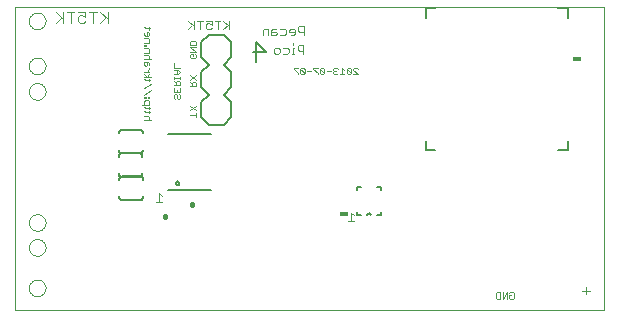
<source format=gbo>
G75*
G70*
%OFA0B0*%
%FSLAX24Y24*%
%IPPOS*%
%LPD*%
%AMOC8*
5,1,8,0,0,1.08239X$1,22.5*
%
%ADD10C,0.0000*%
%ADD11C,0.0020*%
%ADD12C,0.0030*%
%ADD13C,0.0060*%
%ADD14C,0.0050*%
%ADD15R,0.0280X0.0160*%
%ADD16C,0.0080*%
%ADD17C,0.0160*%
D10*
X000260Y000270D02*
X000260Y010370D01*
X019910Y010370D01*
X019910Y000270D01*
X000260Y000270D01*
X000734Y001020D02*
X000736Y001053D01*
X000742Y001085D01*
X000751Y001116D01*
X000764Y001146D01*
X000781Y001174D01*
X000801Y001200D01*
X000824Y001224D01*
X000849Y001244D01*
X000877Y001262D01*
X000906Y001276D01*
X000937Y001286D01*
X000969Y001293D01*
X001002Y001296D01*
X001035Y001295D01*
X001067Y001290D01*
X001098Y001281D01*
X001129Y001269D01*
X001157Y001253D01*
X001184Y001234D01*
X001208Y001212D01*
X001229Y001187D01*
X001248Y001160D01*
X001263Y001131D01*
X001274Y001101D01*
X001282Y001069D01*
X001286Y001036D01*
X001286Y001004D01*
X001282Y000971D01*
X001274Y000939D01*
X001263Y000909D01*
X001248Y000880D01*
X001229Y000853D01*
X001208Y000828D01*
X001184Y000806D01*
X001157Y000787D01*
X001129Y000771D01*
X001098Y000759D01*
X001067Y000750D01*
X001035Y000745D01*
X001002Y000744D01*
X000969Y000747D01*
X000937Y000754D01*
X000906Y000764D01*
X000877Y000778D01*
X000849Y000796D01*
X000824Y000816D01*
X000801Y000840D01*
X000781Y000866D01*
X000764Y000894D01*
X000751Y000924D01*
X000742Y000955D01*
X000736Y000987D01*
X000734Y001020D01*
X000734Y002370D02*
X000736Y002403D01*
X000742Y002435D01*
X000751Y002466D01*
X000764Y002496D01*
X000781Y002524D01*
X000801Y002550D01*
X000824Y002574D01*
X000849Y002594D01*
X000877Y002612D01*
X000906Y002626D01*
X000937Y002636D01*
X000969Y002643D01*
X001002Y002646D01*
X001035Y002645D01*
X001067Y002640D01*
X001098Y002631D01*
X001129Y002619D01*
X001157Y002603D01*
X001184Y002584D01*
X001208Y002562D01*
X001229Y002537D01*
X001248Y002510D01*
X001263Y002481D01*
X001274Y002451D01*
X001282Y002419D01*
X001286Y002386D01*
X001286Y002354D01*
X001282Y002321D01*
X001274Y002289D01*
X001263Y002259D01*
X001248Y002230D01*
X001229Y002203D01*
X001208Y002178D01*
X001184Y002156D01*
X001157Y002137D01*
X001129Y002121D01*
X001098Y002109D01*
X001067Y002100D01*
X001035Y002095D01*
X001002Y002094D01*
X000969Y002097D01*
X000937Y002104D01*
X000906Y002114D01*
X000877Y002128D01*
X000849Y002146D01*
X000824Y002166D01*
X000801Y002190D01*
X000781Y002216D01*
X000764Y002244D01*
X000751Y002274D01*
X000742Y002305D01*
X000736Y002337D01*
X000734Y002370D01*
X000734Y003200D02*
X000736Y003233D01*
X000742Y003265D01*
X000751Y003296D01*
X000764Y003326D01*
X000781Y003354D01*
X000801Y003380D01*
X000824Y003404D01*
X000849Y003424D01*
X000877Y003442D01*
X000906Y003456D01*
X000937Y003466D01*
X000969Y003473D01*
X001002Y003476D01*
X001035Y003475D01*
X001067Y003470D01*
X001098Y003461D01*
X001129Y003449D01*
X001157Y003433D01*
X001184Y003414D01*
X001208Y003392D01*
X001229Y003367D01*
X001248Y003340D01*
X001263Y003311D01*
X001274Y003281D01*
X001282Y003249D01*
X001286Y003216D01*
X001286Y003184D01*
X001282Y003151D01*
X001274Y003119D01*
X001263Y003089D01*
X001248Y003060D01*
X001229Y003033D01*
X001208Y003008D01*
X001184Y002986D01*
X001157Y002967D01*
X001129Y002951D01*
X001098Y002939D01*
X001067Y002930D01*
X001035Y002925D01*
X001002Y002924D01*
X000969Y002927D01*
X000937Y002934D01*
X000906Y002944D01*
X000877Y002958D01*
X000849Y002976D01*
X000824Y002996D01*
X000801Y003020D01*
X000781Y003046D01*
X000764Y003074D01*
X000751Y003104D01*
X000742Y003135D01*
X000736Y003167D01*
X000734Y003200D01*
X000734Y007570D02*
X000736Y007603D01*
X000742Y007635D01*
X000751Y007666D01*
X000764Y007696D01*
X000781Y007724D01*
X000801Y007750D01*
X000824Y007774D01*
X000849Y007794D01*
X000877Y007812D01*
X000906Y007826D01*
X000937Y007836D01*
X000969Y007843D01*
X001002Y007846D01*
X001035Y007845D01*
X001067Y007840D01*
X001098Y007831D01*
X001129Y007819D01*
X001157Y007803D01*
X001184Y007784D01*
X001208Y007762D01*
X001229Y007737D01*
X001248Y007710D01*
X001263Y007681D01*
X001274Y007651D01*
X001282Y007619D01*
X001286Y007586D01*
X001286Y007554D01*
X001282Y007521D01*
X001274Y007489D01*
X001263Y007459D01*
X001248Y007430D01*
X001229Y007403D01*
X001208Y007378D01*
X001184Y007356D01*
X001157Y007337D01*
X001129Y007321D01*
X001098Y007309D01*
X001067Y007300D01*
X001035Y007295D01*
X001002Y007294D01*
X000969Y007297D01*
X000937Y007304D01*
X000906Y007314D01*
X000877Y007328D01*
X000849Y007346D01*
X000824Y007366D01*
X000801Y007390D01*
X000781Y007416D01*
X000764Y007444D01*
X000751Y007474D01*
X000742Y007505D01*
X000736Y007537D01*
X000734Y007570D01*
X000734Y008420D02*
X000736Y008453D01*
X000742Y008485D01*
X000751Y008516D01*
X000764Y008546D01*
X000781Y008574D01*
X000801Y008600D01*
X000824Y008624D01*
X000849Y008644D01*
X000877Y008662D01*
X000906Y008676D01*
X000937Y008686D01*
X000969Y008693D01*
X001002Y008696D01*
X001035Y008695D01*
X001067Y008690D01*
X001098Y008681D01*
X001129Y008669D01*
X001157Y008653D01*
X001184Y008634D01*
X001208Y008612D01*
X001229Y008587D01*
X001248Y008560D01*
X001263Y008531D01*
X001274Y008501D01*
X001282Y008469D01*
X001286Y008436D01*
X001286Y008404D01*
X001282Y008371D01*
X001274Y008339D01*
X001263Y008309D01*
X001248Y008280D01*
X001229Y008253D01*
X001208Y008228D01*
X001184Y008206D01*
X001157Y008187D01*
X001129Y008171D01*
X001098Y008159D01*
X001067Y008150D01*
X001035Y008145D01*
X001002Y008144D01*
X000969Y008147D01*
X000937Y008154D01*
X000906Y008164D01*
X000877Y008178D01*
X000849Y008196D01*
X000824Y008216D01*
X000801Y008240D01*
X000781Y008266D01*
X000764Y008294D01*
X000751Y008324D01*
X000742Y008355D01*
X000736Y008387D01*
X000734Y008420D01*
X000734Y009920D02*
X000736Y009953D01*
X000742Y009985D01*
X000751Y010016D01*
X000764Y010046D01*
X000781Y010074D01*
X000801Y010100D01*
X000824Y010124D01*
X000849Y010144D01*
X000877Y010162D01*
X000906Y010176D01*
X000937Y010186D01*
X000969Y010193D01*
X001002Y010196D01*
X001035Y010195D01*
X001067Y010190D01*
X001098Y010181D01*
X001129Y010169D01*
X001157Y010153D01*
X001184Y010134D01*
X001208Y010112D01*
X001229Y010087D01*
X001248Y010060D01*
X001263Y010031D01*
X001274Y010001D01*
X001282Y009969D01*
X001286Y009936D01*
X001286Y009904D01*
X001282Y009871D01*
X001274Y009839D01*
X001263Y009809D01*
X001248Y009780D01*
X001229Y009753D01*
X001208Y009728D01*
X001184Y009706D01*
X001157Y009687D01*
X001129Y009671D01*
X001098Y009659D01*
X001067Y009650D01*
X001035Y009645D01*
X001002Y009644D01*
X000969Y009647D01*
X000937Y009654D01*
X000906Y009664D01*
X000877Y009678D01*
X000849Y009696D01*
X000824Y009716D01*
X000801Y009740D01*
X000781Y009766D01*
X000764Y009794D01*
X000751Y009824D01*
X000742Y009855D01*
X000736Y009887D01*
X000734Y009920D01*
D11*
X004585Y009706D02*
X004622Y009669D01*
X004768Y009669D01*
X004732Y009633D02*
X004732Y009706D01*
X004695Y009559D02*
X004658Y009559D01*
X004658Y009412D01*
X004622Y009412D02*
X004695Y009412D01*
X004732Y009448D01*
X004732Y009522D01*
X004695Y009559D01*
X004585Y009522D02*
X004585Y009448D01*
X004622Y009412D01*
X004585Y009338D02*
X004695Y009338D01*
X004732Y009301D01*
X004732Y009191D01*
X004585Y009191D01*
X004585Y009117D02*
X004585Y009080D01*
X004622Y009080D01*
X004622Y009117D01*
X004585Y009117D01*
X004585Y009006D02*
X004695Y009006D01*
X004732Y008969D01*
X004732Y008859D01*
X004585Y008859D01*
X004585Y008785D02*
X004695Y008785D01*
X004732Y008748D01*
X004732Y008675D01*
X004695Y008638D01*
X004695Y008564D02*
X004585Y008564D01*
X004585Y008454D01*
X004622Y008417D01*
X004658Y008454D01*
X004658Y008564D01*
X004695Y008564D02*
X004732Y008527D01*
X004732Y008454D01*
X004732Y008343D02*
X004732Y008307D01*
X004658Y008233D01*
X004585Y008233D02*
X004732Y008233D01*
X004732Y008159D02*
X004658Y008049D01*
X004585Y008159D01*
X004585Y008049D02*
X004805Y008049D01*
X004732Y007975D02*
X004732Y007902D01*
X004768Y007938D02*
X004622Y007938D01*
X004585Y007975D01*
X004805Y007827D02*
X004585Y007681D01*
X004585Y007460D02*
X004805Y007606D01*
X004732Y007386D02*
X004695Y007386D01*
X004695Y007349D01*
X004732Y007349D01*
X004732Y007386D01*
X004622Y007386D02*
X004622Y007349D01*
X004585Y007349D01*
X004585Y007386D01*
X004622Y007386D01*
X004622Y007275D02*
X004585Y007238D01*
X004585Y007128D01*
X004512Y007128D02*
X004732Y007128D01*
X004732Y007238D01*
X004695Y007275D01*
X004622Y007275D01*
X004585Y007054D02*
X004622Y007018D01*
X004768Y007018D01*
X004732Y007054D02*
X004732Y006981D01*
X004732Y006907D02*
X004732Y006834D01*
X004768Y006870D02*
X004622Y006870D01*
X004585Y006907D01*
X004585Y006759D02*
X004695Y006759D01*
X004732Y006723D01*
X004732Y006649D01*
X004695Y006613D01*
X004805Y006613D02*
X004585Y006613D01*
X005565Y007364D02*
X005602Y007328D01*
X005565Y007364D02*
X005565Y007438D01*
X005602Y007475D01*
X005638Y007475D01*
X005675Y007438D01*
X005675Y007364D01*
X005712Y007328D01*
X005748Y007328D01*
X005785Y007364D01*
X005785Y007438D01*
X005748Y007475D01*
X005785Y007549D02*
X005565Y007549D01*
X005565Y007696D01*
X005565Y007770D02*
X005785Y007770D01*
X005785Y007880D01*
X005748Y007916D01*
X005675Y007916D01*
X005638Y007880D01*
X005638Y007770D01*
X005638Y007843D02*
X005565Y007916D01*
X005565Y007991D02*
X005565Y008064D01*
X005565Y008027D02*
X005785Y008027D01*
X005785Y007991D02*
X005785Y008064D01*
X005712Y008138D02*
X005565Y008138D01*
X005675Y008138D02*
X005675Y008285D01*
X005712Y008285D02*
X005565Y008285D01*
X005565Y008359D02*
X005565Y008506D01*
X005565Y008359D02*
X005785Y008359D01*
X005712Y008285D02*
X005785Y008211D01*
X005712Y008138D01*
X006090Y008106D02*
X006310Y007959D01*
X006273Y007885D02*
X006200Y007885D01*
X006163Y007848D01*
X006163Y007738D01*
X006090Y007738D02*
X006310Y007738D01*
X006310Y007848D01*
X006273Y007885D01*
X006163Y007811D02*
X006090Y007885D01*
X006090Y007959D02*
X006310Y008106D01*
X005785Y007696D02*
X005785Y007549D01*
X005675Y007549D02*
X005675Y007622D01*
X006090Y007086D02*
X006310Y006939D01*
X006310Y006865D02*
X006310Y006718D01*
X006310Y006791D02*
X006090Y006791D01*
X006090Y006939D02*
X006310Y007086D01*
X004805Y008638D02*
X004585Y008638D01*
X006090Y008714D02*
X006090Y008787D01*
X006127Y008824D01*
X006200Y008824D01*
X006200Y008750D01*
X006127Y008677D02*
X006090Y008714D01*
X006127Y008677D02*
X006273Y008677D01*
X006310Y008714D01*
X006310Y008787D01*
X006273Y008824D01*
X006310Y008898D02*
X006090Y008898D01*
X006090Y009045D02*
X006310Y009045D01*
X006310Y009119D02*
X006090Y009119D01*
X006090Y009229D01*
X006127Y009266D01*
X006273Y009266D01*
X006310Y009229D01*
X006310Y009119D01*
X006310Y008898D02*
X006090Y009045D01*
X009554Y008355D02*
X009554Y008319D01*
X009701Y008172D01*
X009701Y008135D01*
X009775Y008172D02*
X009775Y008319D01*
X009922Y008172D01*
X009885Y008135D01*
X009812Y008135D01*
X009775Y008172D01*
X009775Y008319D02*
X009812Y008355D01*
X009885Y008355D01*
X009922Y008319D01*
X009922Y008172D01*
X009996Y008245D02*
X010143Y008245D01*
X010217Y008319D02*
X010364Y008172D01*
X010364Y008135D01*
X010438Y008172D02*
X010475Y008135D01*
X010548Y008135D01*
X010585Y008172D01*
X010438Y008319D01*
X010438Y008172D01*
X010438Y008319D02*
X010475Y008355D01*
X010548Y008355D01*
X010585Y008319D01*
X010585Y008172D01*
X010659Y008245D02*
X010806Y008245D01*
X010880Y008208D02*
X010917Y008245D01*
X010954Y008245D01*
X010917Y008245D02*
X010880Y008282D01*
X010880Y008319D01*
X010917Y008355D01*
X010990Y008355D01*
X011027Y008319D01*
X011027Y008172D02*
X010990Y008135D01*
X010917Y008135D01*
X010880Y008172D01*
X010880Y008208D01*
X011101Y008135D02*
X011248Y008135D01*
X011175Y008135D02*
X011175Y008355D01*
X011248Y008282D01*
X011322Y008319D02*
X011469Y008172D01*
X011432Y008135D01*
X011359Y008135D01*
X011322Y008172D01*
X011322Y008319D01*
X011359Y008355D01*
X011432Y008355D01*
X011469Y008319D01*
X011469Y008172D01*
X011543Y008135D02*
X011690Y008135D01*
X011543Y008282D01*
X011543Y008319D01*
X011580Y008355D01*
X011653Y008355D01*
X011690Y008319D01*
X010364Y008355D02*
X010217Y008355D01*
X010217Y008319D01*
X009701Y008355D02*
X009554Y008355D01*
X016338Y000880D02*
X016448Y000880D01*
X016448Y000660D01*
X016338Y000660D01*
X016301Y000697D01*
X016301Y000843D01*
X016338Y000880D01*
X016522Y000880D02*
X016522Y000660D01*
X016669Y000880D01*
X016669Y000660D01*
X016743Y000697D02*
X016743Y000770D01*
X016817Y000770D01*
X016890Y000843D02*
X016890Y000697D01*
X016853Y000660D01*
X016780Y000660D01*
X016743Y000697D01*
X016743Y000843D02*
X016780Y000880D01*
X016853Y000880D01*
X016890Y000843D01*
D12*
X019178Y000930D02*
X019425Y000930D01*
X019302Y000807D02*
X019302Y001054D01*
X011565Y003240D02*
X011372Y003240D01*
X011468Y003240D02*
X011468Y003530D01*
X011565Y003434D01*
X005165Y003900D02*
X004972Y003900D01*
X005068Y003900D02*
X005068Y004190D01*
X005165Y004094D01*
X008949Y008830D02*
X008901Y008878D01*
X008901Y008975D01*
X008949Y009024D01*
X009046Y009024D01*
X009094Y008975D01*
X009094Y008878D01*
X009046Y008830D01*
X008949Y008830D01*
X009196Y008830D02*
X009341Y008830D01*
X009389Y008878D01*
X009389Y008975D01*
X009341Y009024D01*
X009196Y009024D01*
X009537Y009024D02*
X009537Y008830D01*
X009585Y008830D02*
X009489Y008830D01*
X009687Y008975D02*
X009735Y008927D01*
X009880Y008927D01*
X009880Y008830D02*
X009880Y009120D01*
X009735Y009120D01*
X009687Y009072D01*
X009687Y008975D01*
X009585Y009024D02*
X009537Y009024D01*
X009537Y009120D02*
X009537Y009169D01*
X009552Y009465D02*
X009455Y009465D01*
X009552Y009465D02*
X009600Y009513D01*
X009600Y009610D01*
X009552Y009659D01*
X009455Y009659D01*
X009407Y009610D01*
X009407Y009562D01*
X009600Y009562D01*
X009702Y009610D02*
X009750Y009562D01*
X009895Y009562D01*
X009895Y009465D02*
X009895Y009755D01*
X009750Y009755D01*
X009702Y009707D01*
X009702Y009610D01*
X009306Y009610D02*
X009306Y009513D01*
X009257Y009465D01*
X009112Y009465D01*
X009011Y009513D02*
X008963Y009562D01*
X008818Y009562D01*
X008818Y009610D02*
X008818Y009465D01*
X008963Y009465D01*
X009011Y009513D01*
X008866Y009659D02*
X008818Y009610D01*
X008866Y009659D02*
X008963Y009659D01*
X009112Y009659D02*
X009257Y009659D01*
X009306Y009610D01*
X008716Y009659D02*
X008716Y009465D01*
X008523Y009465D02*
X008523Y009610D01*
X008571Y009659D01*
X008716Y009659D01*
X007410Y009640D02*
X007410Y009930D01*
X007362Y009785D02*
X007217Y009640D01*
X007019Y009640D02*
X007019Y009930D01*
X007115Y009930D02*
X006922Y009930D01*
X006821Y009930D02*
X006821Y009785D01*
X006724Y009834D01*
X006676Y009834D01*
X006627Y009785D01*
X006627Y009688D01*
X006676Y009640D01*
X006772Y009640D01*
X006821Y009688D01*
X006821Y009930D02*
X006627Y009930D01*
X006526Y009930D02*
X006333Y009930D01*
X006429Y009930D02*
X006429Y009640D01*
X006231Y009640D02*
X006231Y009930D01*
X006183Y009785D02*
X006038Y009640D01*
X006231Y009737D02*
X006038Y009930D01*
X007217Y009930D02*
X007410Y009737D01*
X003355Y009855D02*
X003355Y010225D01*
X003355Y009979D02*
X003108Y010225D01*
X002987Y010225D02*
X002740Y010225D01*
X002618Y010225D02*
X002618Y010040D01*
X002495Y010102D01*
X002433Y010102D01*
X002372Y010040D01*
X002372Y009917D01*
X002433Y009855D01*
X002557Y009855D01*
X002618Y009917D01*
X002863Y009855D02*
X002863Y010225D01*
X002618Y010225D02*
X002372Y010225D01*
X002250Y010225D02*
X002003Y010225D01*
X001882Y010225D02*
X001882Y009855D01*
X001882Y009979D02*
X001635Y010225D01*
X001820Y010040D02*
X001635Y009855D01*
X002127Y009855D02*
X002127Y010225D01*
X003108Y009855D02*
X003293Y010040D01*
D13*
X008193Y008880D02*
X008620Y008880D01*
X008300Y009201D01*
X008300Y008560D01*
X006790Y006155D02*
X005370Y006155D01*
X005370Y004295D02*
X006790Y004295D01*
D14*
X011676Y004269D02*
X011676Y004387D01*
X011794Y004387D01*
X012346Y004387D02*
X012464Y004387D01*
X012464Y004269D01*
X012464Y003561D02*
X012464Y003443D01*
X012346Y003443D01*
X012149Y003443D02*
X012070Y003521D01*
X011991Y003443D01*
X011794Y003443D02*
X011676Y003443D01*
X011676Y003561D01*
X013963Y005613D02*
X013963Y005928D01*
X013963Y005613D02*
X014278Y005613D01*
X018372Y005613D02*
X018687Y005613D01*
X018687Y005928D01*
X018687Y010022D02*
X018687Y010337D01*
X018372Y010337D01*
X014278Y010337D02*
X013963Y010337D01*
X013963Y010022D01*
D15*
X019015Y008660D03*
X011245Y003490D03*
D16*
X005633Y004515D02*
X005635Y004530D01*
X005641Y004543D01*
X005650Y004555D01*
X005661Y004564D01*
X005675Y004570D01*
X005690Y004572D01*
X005705Y004570D01*
X005718Y004564D01*
X005730Y004555D01*
X005739Y004544D01*
X005745Y004530D01*
X005747Y004515D01*
X005745Y004500D01*
X005739Y004487D01*
X005730Y004475D01*
X005719Y004466D01*
X005705Y004460D01*
X005690Y004458D01*
X005675Y004460D01*
X005662Y004466D01*
X005650Y004475D01*
X005641Y004486D01*
X005635Y004500D01*
X005633Y004515D01*
X004455Y004739D02*
X003825Y004739D01*
X003805Y004721D02*
X004435Y004721D01*
X004455Y004738D02*
X004471Y004733D01*
X004487Y004725D01*
X004501Y004715D01*
X004513Y004703D01*
X004523Y004688D01*
X004530Y004672D01*
X004534Y004655D01*
X004535Y004638D01*
X004533Y004620D01*
X004435Y004722D02*
X004451Y004727D01*
X004467Y004735D01*
X004481Y004745D01*
X004493Y004757D01*
X004503Y004772D01*
X004510Y004788D01*
X004514Y004805D01*
X004515Y004822D01*
X004513Y004840D01*
X003805Y004722D02*
X003789Y004727D01*
X003773Y004735D01*
X003759Y004745D01*
X003747Y004757D01*
X003737Y004772D01*
X003730Y004788D01*
X003726Y004805D01*
X003725Y004822D01*
X003727Y004840D01*
X003825Y004738D02*
X003809Y004733D01*
X003793Y004725D01*
X003779Y004715D01*
X003767Y004703D01*
X003757Y004688D01*
X003750Y004672D01*
X003746Y004655D01*
X003745Y004638D01*
X003747Y004620D01*
X003747Y004070D02*
X003745Y004052D01*
X003746Y004035D01*
X003750Y004018D01*
X003757Y004002D01*
X003767Y003987D01*
X003779Y003975D01*
X003793Y003965D01*
X003809Y003957D01*
X003825Y003952D01*
X003825Y003951D02*
X004455Y003951D01*
X004455Y003952D02*
X004471Y003957D01*
X004487Y003965D01*
X004501Y003975D01*
X004513Y003987D01*
X004523Y004002D01*
X004530Y004018D01*
X004534Y004035D01*
X004535Y004052D01*
X004533Y004070D01*
X004513Y005390D02*
X004515Y005408D01*
X004514Y005425D01*
X004510Y005442D01*
X004503Y005458D01*
X004493Y005473D01*
X004481Y005485D01*
X004467Y005495D01*
X004451Y005503D01*
X004435Y005508D01*
X004435Y005509D02*
X003805Y005509D01*
X003815Y005506D02*
X004445Y005506D01*
X004445Y005507D02*
X004461Y005512D01*
X004477Y005520D01*
X004491Y005530D01*
X004503Y005542D01*
X004513Y005557D01*
X004520Y005573D01*
X004524Y005590D01*
X004525Y005607D01*
X004523Y005625D01*
X003815Y005507D02*
X003799Y005512D01*
X003783Y005520D01*
X003769Y005530D01*
X003757Y005542D01*
X003747Y005557D01*
X003740Y005573D01*
X003736Y005590D01*
X003735Y005607D01*
X003737Y005625D01*
X003805Y005508D02*
X003789Y005503D01*
X003773Y005495D01*
X003759Y005485D01*
X003747Y005473D01*
X003737Y005458D01*
X003730Y005442D01*
X003726Y005425D01*
X003725Y005408D01*
X003727Y005390D01*
X003737Y006175D02*
X003735Y006193D01*
X003736Y006210D01*
X003740Y006227D01*
X003747Y006243D01*
X003757Y006258D01*
X003769Y006270D01*
X003783Y006280D01*
X003799Y006288D01*
X003815Y006293D01*
X003815Y006294D02*
X004445Y006294D01*
X004445Y006293D02*
X004461Y006288D01*
X004477Y006280D01*
X004491Y006270D01*
X004503Y006258D01*
X004513Y006243D01*
X004520Y006227D01*
X004524Y006210D01*
X004525Y006193D01*
X004523Y006175D01*
X006480Y006710D02*
X006480Y007210D01*
X006730Y007460D01*
X006480Y007710D01*
X006480Y008210D01*
X006730Y008460D01*
X006480Y008710D01*
X006480Y009210D01*
X006730Y009460D01*
X007230Y009460D01*
X007480Y009210D01*
X007480Y008710D01*
X007230Y008460D01*
X007480Y008210D01*
X007480Y007710D01*
X007230Y007460D01*
X007480Y007210D01*
X007480Y006710D01*
X007230Y006460D01*
X006730Y006460D01*
X006480Y006710D01*
D17*
X006165Y003807D02*
X006165Y003783D01*
X005285Y003402D02*
X005285Y003378D01*
M02*

</source>
